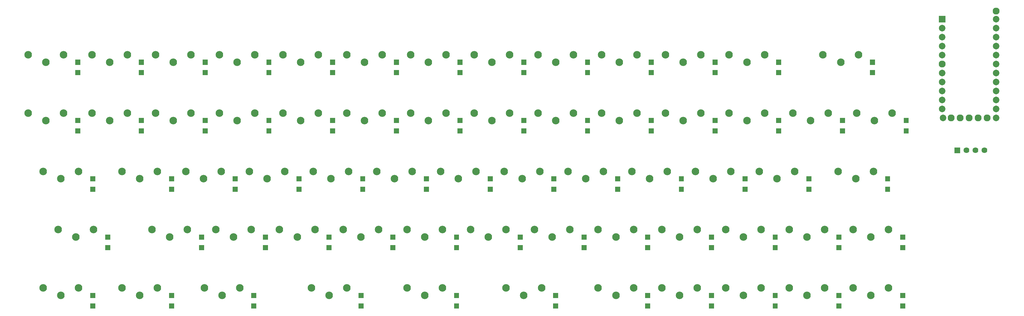
<source format=gbs>
G04 Layer: BottomSolderMaskLayer*
G04 EasyEDA v6.5.1, 2022-07-13 07:01:50*
G04 5ba7d446201f4704a459628eea357821,d603b60474844c32a05bd641800ef4e1,10*
G04 Gerber Generator version 0.2*
G04 Scale: 100 percent, Rotated: No, Reflected: No *
G04 Dimensions in millimeters *
G04 leading zeros omitted , absolute positions ,4 integer and 5 decimal *
%FSLAX45Y45*%
%MOMM*%

%ADD25C,1.8542*%
%ADD26C,1.9558*%
%ADD28C,1.6256*%
%ADD30C,2.1336*%

%LPD*%
G36*
X20628863Y8434324D02*
G01*
X20628863Y8579612D01*
X20771104Y8579612D01*
X20771104Y8434324D01*
G37*
G36*
X20628863Y8140192D02*
G01*
X20628863Y8285479D01*
X20771104Y8285479D01*
X20771104Y8140192D01*
G37*
G36*
X4428743Y8434324D02*
G01*
X4428743Y8579612D01*
X4570984Y8579612D01*
X4570984Y8434324D01*
G37*
G36*
X4428743Y8140192D02*
G01*
X4428743Y8285479D01*
X4570984Y8285479D01*
X4570984Y8140192D01*
G37*
G36*
X6228841Y8434324D02*
G01*
X6228841Y8579612D01*
X6371081Y8579612D01*
X6371081Y8434324D01*
G37*
G36*
X6228841Y8140192D02*
G01*
X6228841Y8285479D01*
X6371081Y8285479D01*
X6371081Y8140192D01*
G37*
G36*
X8028940Y8434324D02*
G01*
X8028940Y8579612D01*
X8171179Y8579612D01*
X8171179Y8434324D01*
G37*
G36*
X8028940Y8140192D02*
G01*
X8028940Y8285479D01*
X8171179Y8285479D01*
X8171179Y8140192D01*
G37*
G36*
X9828784Y8434324D02*
G01*
X9828784Y8579612D01*
X9971024Y8579612D01*
X9971024Y8434324D01*
G37*
G36*
X9828784Y8140192D02*
G01*
X9828784Y8285479D01*
X9971024Y8285479D01*
X9971024Y8140192D01*
G37*
G36*
X11628881Y8434324D02*
G01*
X11628881Y8579612D01*
X11771122Y8579612D01*
X11771122Y8434324D01*
G37*
G36*
X11628881Y8140192D02*
G01*
X11628881Y8285479D01*
X11771122Y8285479D01*
X11771122Y8140192D01*
G37*
G36*
X13428979Y8434324D02*
G01*
X13428979Y8579612D01*
X13571220Y8579612D01*
X13571220Y8434324D01*
G37*
G36*
X13428979Y8140192D02*
G01*
X13428979Y8285479D01*
X13571220Y8285479D01*
X13571220Y8140192D01*
G37*
G36*
X15228824Y8434324D02*
G01*
X15228824Y8579612D01*
X15371063Y8579612D01*
X15371063Y8434324D01*
G37*
G36*
X15228824Y8140192D02*
G01*
X15228824Y8285479D01*
X15371063Y8285479D01*
X15371063Y8140192D01*
G37*
G36*
X17028922Y8434324D02*
G01*
X17028922Y8579612D01*
X17171161Y8579612D01*
X17171161Y8434324D01*
G37*
G36*
X17028922Y8140192D02*
G01*
X17028922Y8285479D01*
X17171161Y8285479D01*
X17171161Y8140192D01*
G37*
G36*
X18828766Y8434324D02*
G01*
X18828766Y8579612D01*
X18971006Y8579612D01*
X18971006Y8434324D01*
G37*
G36*
X18828766Y8140192D02*
G01*
X18828766Y8285479D01*
X18971006Y8285479D01*
X18971006Y8140192D01*
G37*
G36*
X23278845Y5134355D02*
G01*
X23278845Y5279644D01*
X23421086Y5279644D01*
X23421086Y5134355D01*
G37*
G36*
X23278845Y4840223D02*
G01*
X23278845Y4985512D01*
X23421086Y4985512D01*
X23421086Y4840223D01*
G37*
G36*
X18728943Y3484371D02*
G01*
X18728943Y3629660D01*
X18871184Y3629660D01*
X18871184Y3484371D01*
G37*
G36*
X18728943Y3190239D02*
G01*
X18728943Y3335528D01*
X18871184Y3335528D01*
X18871184Y3190239D01*
G37*
G36*
X22428961Y8434324D02*
G01*
X22428961Y8579612D01*
X22571202Y8579612D01*
X22571202Y8434324D01*
G37*
G36*
X22428961Y8140192D02*
G01*
X22428961Y8285479D01*
X22571202Y8285479D01*
X22571202Y8140192D01*
G37*
G36*
X20528788Y3484371D02*
G01*
X20528788Y3629660D01*
X20671027Y3629660D01*
X20671027Y3484371D01*
G37*
G36*
X20528788Y3190239D02*
G01*
X20528788Y3335528D01*
X20671027Y3335528D01*
X20671027Y3190239D01*
G37*
G36*
X22328886Y3484371D02*
G01*
X22328886Y3629660D01*
X22471125Y3629660D01*
X22471125Y3484371D01*
G37*
G36*
X22328886Y3190239D02*
G01*
X22328886Y3335528D01*
X22471125Y3335528D01*
X22471125Y3190239D01*
G37*
G36*
X21478748Y5134355D02*
G01*
X21478748Y5279644D01*
X21620988Y5279644D01*
X21620988Y5134355D01*
G37*
G36*
X21478748Y4840223D02*
G01*
X21478748Y4985512D01*
X21620988Y4985512D01*
X21620988Y4840223D01*
G37*
G36*
X5278881Y5134355D02*
G01*
X5278881Y5279644D01*
X5421122Y5279644D01*
X5421122Y5134355D01*
G37*
G36*
X5278881Y4840223D02*
G01*
X5278881Y4985512D01*
X5421122Y4985512D01*
X5421122Y4840223D01*
G37*
G36*
X7603743Y1834387D02*
G01*
X7603743Y1979676D01*
X7745984Y1979676D01*
X7745984Y1834387D01*
G37*
G36*
X7603743Y1540255D02*
G01*
X7603743Y1685544D01*
X7745984Y1685544D01*
X7745984Y1540255D01*
G37*
G36*
X18728943Y1834387D02*
G01*
X18728943Y1979676D01*
X18871184Y1979676D01*
X18871184Y1834387D01*
G37*
G36*
X18728943Y1540255D02*
G01*
X18728943Y1685544D01*
X18871184Y1685544D01*
X18871184Y1540255D01*
G37*
G36*
X13328904Y3484371D02*
G01*
X13328904Y3629660D01*
X13471143Y3629660D01*
X13471143Y3484371D01*
G37*
G36*
X13328904Y3190239D02*
G01*
X13328904Y3335528D01*
X13471143Y3335528D01*
X13471143Y3190239D01*
G37*
G36*
X25078943Y8434324D02*
G01*
X25078943Y8579612D01*
X25221184Y8579612D01*
X25221184Y8434324D01*
G37*
G36*
X25078943Y8140192D02*
G01*
X25078943Y8285479D01*
X25221184Y8285479D01*
X25221184Y8140192D01*
G37*
G36*
X9728961Y3484371D02*
G01*
X9728961Y3629660D01*
X9871202Y3629660D01*
X9871202Y3484371D01*
G37*
G36*
X9728961Y3190239D02*
G01*
X9728961Y3335528D01*
X9871202Y3335528D01*
X9871202Y3190239D01*
G37*
G36*
X3053841Y5134355D02*
G01*
X3053841Y5279644D01*
X3196081Y5279644D01*
X3196081Y5134355D01*
G37*
G36*
X3053841Y4840223D02*
G01*
X3053841Y4985512D01*
X3196081Y4985512D01*
X3196081Y4840223D01*
G37*
G36*
X3053841Y1834387D02*
G01*
X3053841Y1979676D01*
X3196081Y1979676D01*
X3196081Y1834387D01*
G37*
G36*
X3053841Y1540255D02*
G01*
X3053841Y1685544D01*
X3196081Y1685544D01*
X3196081Y1540255D01*
G37*
G36*
X20528788Y1834387D02*
G01*
X20528788Y1979676D01*
X20671027Y1979676D01*
X20671027Y1834387D01*
G37*
G36*
X20528788Y1540255D02*
G01*
X20528788Y1685544D01*
X20671027Y1685544D01*
X20671027Y1540255D01*
G37*
G36*
X8878824Y5134355D02*
G01*
X8878824Y5279644D01*
X9021063Y5279644D01*
X9021063Y5134355D01*
G37*
G36*
X8878824Y4840223D02*
G01*
X8878824Y4985512D01*
X9021063Y4985512D01*
X9021063Y4840223D01*
G37*
G36*
X24128984Y1834387D02*
G01*
X24128984Y1979676D01*
X24271224Y1979676D01*
X24271224Y1834387D01*
G37*
G36*
X24128984Y1540255D02*
G01*
X24128984Y1685544D01*
X24271224Y1685544D01*
X24271224Y1540255D01*
G37*
G36*
X8028940Y6784339D02*
G01*
X8028940Y6929628D01*
X8171179Y6929628D01*
X8171179Y6784339D01*
G37*
G36*
X8028940Y6490207D02*
G01*
X8028940Y6635495D01*
X8171179Y6635495D01*
X8171179Y6490207D01*
G37*
G36*
X25503886Y5134355D02*
G01*
X25503886Y5279644D01*
X25646125Y5279644D01*
X25646125Y5134355D01*
G37*
G36*
X25503886Y4840223D02*
G01*
X25503886Y4985512D01*
X25646125Y4985512D01*
X25646125Y4840223D01*
G37*
G36*
X2628900Y8434324D02*
G01*
X2628900Y8579612D01*
X2771140Y8579612D01*
X2771140Y8434324D01*
G37*
G36*
X2628900Y8140192D02*
G01*
X2628900Y8285479D01*
X2771140Y8285479D01*
X2771140Y8140192D01*
G37*
G36*
X10678922Y5134355D02*
G01*
X10678922Y5279644D01*
X10821161Y5279644D01*
X10821161Y5134355D01*
G37*
G36*
X10678922Y4840223D02*
G01*
X10678922Y4985512D01*
X10821161Y4985512D01*
X10821161Y4840223D01*
G37*
G36*
X13328904Y1834387D02*
G01*
X13328904Y1979676D01*
X13471143Y1979676D01*
X13471143Y1834387D01*
G37*
G36*
X13328904Y1540255D02*
G01*
X13328904Y1685544D01*
X13471143Y1685544D01*
X13471143Y1540255D01*
G37*
G36*
X12478765Y5134355D02*
G01*
X12478765Y5279644D01*
X12621006Y5279644D01*
X12621006Y5134355D01*
G37*
G36*
X12478765Y4840223D02*
G01*
X12478765Y4985512D01*
X12621006Y4985512D01*
X12621006Y4840223D01*
G37*
G36*
X14278863Y5134355D02*
G01*
X14278863Y5279644D01*
X14421104Y5279644D01*
X14421104Y5134355D01*
G37*
G36*
X14278863Y4840223D02*
G01*
X14278863Y4985512D01*
X14421104Y4985512D01*
X14421104Y4840223D01*
G37*
G36*
X17028922Y6784339D02*
G01*
X17028922Y6929628D01*
X17171161Y6929628D01*
X17171161Y6784339D01*
G37*
G36*
X17028922Y6490207D02*
G01*
X17028922Y6635495D01*
X17171161Y6635495D01*
X17171161Y6490207D01*
G37*
G36*
X16078961Y5134355D02*
G01*
X16078961Y5279644D01*
X16221202Y5279644D01*
X16221202Y5134355D01*
G37*
G36*
X16078961Y4840223D02*
G01*
X16078961Y4985512D01*
X16221202Y4985512D01*
X16221202Y4840223D01*
G37*
G36*
X17878806Y5134355D02*
G01*
X17878806Y5279644D01*
X18021045Y5279644D01*
X18021045Y5134355D01*
G37*
G36*
X17878806Y4840223D02*
G01*
X17878806Y4985512D01*
X18021045Y4985512D01*
X18021045Y4840223D01*
G37*
G36*
X19678904Y5134355D02*
G01*
X19678904Y5279644D01*
X19821143Y5279644D01*
X19821143Y5134355D01*
G37*
G36*
X19678904Y4840223D02*
G01*
X19678904Y4985512D01*
X19821143Y4985512D01*
X19821143Y4840223D01*
G37*
G36*
X22328886Y1834387D02*
G01*
X22328886Y1979676D01*
X22471125Y1979676D01*
X22471125Y1834387D01*
G37*
G36*
X22328886Y1540255D02*
G01*
X22328886Y1685544D01*
X22471125Y1685544D01*
X22471125Y1540255D01*
G37*
G36*
X16928845Y3484371D02*
G01*
X16928845Y3629660D01*
X17071086Y3629660D01*
X17071086Y3484371D01*
G37*
G36*
X16928845Y3190239D02*
G01*
X16928845Y3335528D01*
X17071086Y3335528D01*
X17071086Y3190239D01*
G37*
G36*
X15128747Y3484371D02*
G01*
X15128747Y3629660D01*
X15270988Y3629660D01*
X15270988Y3484371D01*
G37*
G36*
X15128747Y3190239D02*
G01*
X15128747Y3335528D01*
X15270988Y3335528D01*
X15270988Y3190239D01*
G37*
G36*
X18828766Y6784339D02*
G01*
X18828766Y6929628D01*
X18971006Y6929628D01*
X18971006Y6784339D01*
G37*
G36*
X18828766Y6490207D02*
G01*
X18828766Y6635495D01*
X18971006Y6635495D01*
X18971006Y6490207D01*
G37*
G36*
X20628863Y6784339D02*
G01*
X20628863Y6929628D01*
X20771104Y6929628D01*
X20771104Y6784339D01*
G37*
G36*
X20628863Y6490207D02*
G01*
X20628863Y6635495D01*
X20771104Y6635495D01*
X20771104Y6490207D01*
G37*
G36*
X4428743Y6784339D02*
G01*
X4428743Y6929628D01*
X4570984Y6929628D01*
X4570984Y6784339D01*
G37*
G36*
X4428743Y6490207D02*
G01*
X4428743Y6635495D01*
X4570984Y6635495D01*
X4570984Y6490207D01*
G37*
G36*
X9828784Y6784339D02*
G01*
X9828784Y6929628D01*
X9971024Y6929628D01*
X9971024Y6784339D01*
G37*
G36*
X9828784Y6490207D02*
G01*
X9828784Y6635495D01*
X9971024Y6635495D01*
X9971024Y6490207D01*
G37*
G36*
X25928827Y1834387D02*
G01*
X25928827Y1979676D01*
X26071068Y1979676D01*
X26071068Y1834387D01*
G37*
G36*
X25928827Y1540255D02*
G01*
X25928827Y1685544D01*
X26071068Y1685544D01*
X26071068Y1540255D01*
G37*
G36*
X7078979Y5134355D02*
G01*
X7078979Y5279644D01*
X7221220Y5279644D01*
X7221220Y5134355D01*
G37*
G36*
X7078979Y4840223D02*
G01*
X7078979Y4985512D01*
X7221220Y4985512D01*
X7221220Y4840223D01*
G37*
G36*
X3478784Y3484371D02*
G01*
X3478784Y3629660D01*
X3621024Y3629660D01*
X3621024Y3484371D01*
G37*
G36*
X3478784Y3190239D02*
G01*
X3478784Y3335528D01*
X3621024Y3335528D01*
X3621024Y3190239D01*
G37*
G36*
X25928827Y3484371D02*
G01*
X25928827Y3629660D01*
X26071068Y3629660D01*
X26071068Y3484371D01*
G37*
G36*
X25928827Y3190239D02*
G01*
X25928827Y3335528D01*
X26071068Y3335528D01*
X26071068Y3190239D01*
G37*
G36*
X10628884Y1834387D02*
G01*
X10628884Y1979676D01*
X10771124Y1979676D01*
X10771124Y1834387D01*
G37*
G36*
X10628884Y1540255D02*
G01*
X10628884Y1685544D01*
X10771124Y1685544D01*
X10771124Y1540255D01*
G37*
G36*
X16128745Y1834387D02*
G01*
X16128745Y1979676D01*
X16270986Y1979676D01*
X16270986Y1834387D01*
G37*
G36*
X16128745Y1540255D02*
G01*
X16128745Y1685544D01*
X16270986Y1685544D01*
X16270986Y1540255D01*
G37*
G36*
X11628881Y6784339D02*
G01*
X11628881Y6929628D01*
X11771122Y6929628D01*
X11771122Y6784339D01*
G37*
G36*
X11628881Y6490207D02*
G01*
X11628881Y6635495D01*
X11771122Y6635495D01*
X11771122Y6490207D01*
G37*
G36*
X2628900Y6784339D02*
G01*
X2628900Y6929628D01*
X2771140Y6929628D01*
X2771140Y6784339D01*
G37*
G36*
X2628900Y6490207D02*
G01*
X2628900Y6635495D01*
X2771140Y6635495D01*
X2771140Y6490207D01*
G37*
G36*
X15228824Y6784339D02*
G01*
X15228824Y6929628D01*
X15371063Y6929628D01*
X15371063Y6784339D01*
G37*
G36*
X15228824Y6490207D02*
G01*
X15228824Y6635495D01*
X15371063Y6635495D01*
X15371063Y6490207D01*
G37*
G36*
X24128984Y3484371D02*
G01*
X24128984Y3629660D01*
X24271224Y3629660D01*
X24271224Y3484371D01*
G37*
G36*
X24128984Y3190239D02*
G01*
X24128984Y3335528D01*
X24271224Y3335528D01*
X24271224Y3190239D01*
G37*
G36*
X11528806Y3484371D02*
G01*
X11528806Y3629660D01*
X11671045Y3629660D01*
X11671045Y3484371D01*
G37*
G36*
X11528806Y3190239D02*
G01*
X11528806Y3335528D01*
X11671045Y3335528D01*
X11671045Y3190239D01*
G37*
G36*
X6228841Y6784339D02*
G01*
X6228841Y6929628D01*
X6371081Y6929628D01*
X6371081Y6784339D01*
G37*
G36*
X6228841Y6490207D02*
G01*
X6228841Y6635495D01*
X6371081Y6635495D01*
X6371081Y6490207D01*
G37*
G36*
X5278881Y1834387D02*
G01*
X5278881Y1979676D01*
X5421122Y1979676D01*
X5421122Y1834387D01*
G37*
G36*
X5278881Y1540255D02*
G01*
X5278881Y1685544D01*
X5421122Y1685544D01*
X5421122Y1540255D01*
G37*
G36*
X7928863Y3484371D02*
G01*
X7928863Y3629660D01*
X8071104Y3629660D01*
X8071104Y3484371D01*
G37*
G36*
X7928863Y3190239D02*
G01*
X7928863Y3335528D01*
X8071104Y3335528D01*
X8071104Y3190239D01*
G37*
G36*
X6128765Y3484371D02*
G01*
X6128765Y3629660D01*
X6271006Y3629660D01*
X6271006Y3484371D01*
G37*
G36*
X6128765Y3190239D02*
G01*
X6128765Y3335528D01*
X6271006Y3335528D01*
X6271006Y3190239D01*
G37*
G36*
X13428979Y6784339D02*
G01*
X13428979Y6929628D01*
X13571220Y6929628D01*
X13571220Y6784339D01*
G37*
G36*
X13428979Y6490207D02*
G01*
X13428979Y6635495D01*
X13571220Y6635495D01*
X13571220Y6490207D01*
G37*
G36*
X26028904Y6784339D02*
G01*
X26028904Y6929628D01*
X26171143Y6929628D01*
X26171143Y6784339D01*
G37*
G36*
X26028904Y6490207D02*
G01*
X26028904Y6635495D01*
X26171143Y6635495D01*
X26171143Y6490207D01*
G37*
G36*
X22428961Y6784339D02*
G01*
X22428961Y6929628D01*
X22571202Y6929628D01*
X22571202Y6784339D01*
G37*
G36*
X22428961Y6490207D02*
G01*
X22428961Y6635495D01*
X22571202Y6635495D01*
X22571202Y6490207D01*
G37*
G36*
X24228806Y6784339D02*
G01*
X24228806Y6929628D01*
X24371045Y6929628D01*
X24371045Y6784339D01*
G37*
G36*
X24228806Y6490207D02*
G01*
X24228806Y6635495D01*
X24371045Y6635495D01*
X24371045Y6490207D01*
G37*
G36*
X27021790Y9635489D02*
G01*
X27021790Y9820910D01*
X27207209Y9820910D01*
X27207209Y9635489D01*
G37*
D25*
G01*
X27114449Y9474174D03*
G01*
X27114449Y9220174D03*
G01*
X27114449Y8966174D03*
G01*
X27114449Y8712174D03*
G01*
X27114449Y8204174D03*
G01*
X27114449Y7950174D03*
G01*
X27114449Y7696174D03*
G01*
X27114449Y7442174D03*
G01*
X27114449Y7188174D03*
G01*
X28638449Y6934174D03*
G01*
X28638449Y7188174D03*
G01*
X28638449Y7442174D03*
G01*
X28638449Y7696174D03*
G01*
X28638449Y7950174D03*
G01*
X28638449Y8204174D03*
G01*
X28638449Y8458174D03*
G01*
X28638449Y8712174D03*
G01*
X28638449Y8966174D03*
G01*
X28638449Y9220174D03*
G01*
X28638449Y9474174D03*
G01*
X27137309Y6934174D03*
G01*
X28638449Y9728174D03*
D26*
G01*
X28384449Y6934174D03*
G01*
X28130449Y6934174D03*
G01*
X27876449Y6934174D03*
G01*
X27622449Y6934174D03*
G01*
X27368449Y6934174D03*
G01*
X28638449Y9956774D03*
G01*
X27114449Y8458174D03*
G36*
X27465020Y5933186D02*
G01*
X27465020Y6095745D01*
X27627579Y6095745D01*
X27627579Y5933186D01*
G37*
D28*
G01*
X27800300Y6014465D03*
G01*
X28054300Y6014465D03*
G01*
X28308300Y6014465D03*
D30*
G01*
X19800061Y8510066D03*
G01*
X19300063Y8720048D03*
G01*
X20300061Y8720048D03*
G01*
X3599941Y8510066D03*
G01*
X3099943Y8720048D03*
G01*
X4099940Y8720048D03*
G01*
X5400040Y8510066D03*
G01*
X4900040Y8720048D03*
G01*
X5900038Y8720048D03*
G01*
X7199884Y8510066D03*
G01*
X6699884Y8720048D03*
G01*
X7699883Y8720048D03*
G01*
X8999981Y8510066D03*
G01*
X8499983Y8720048D03*
G01*
X9499981Y8720048D03*
G01*
X10800079Y8510066D03*
G01*
X10300081Y8720048D03*
G01*
X11300079Y8720048D03*
G01*
X12599924Y8510066D03*
G01*
X12099925Y8720048D03*
G01*
X13099922Y8720048D03*
G01*
X14400022Y8510066D03*
G01*
X13900022Y8720048D03*
G01*
X14900020Y8720048D03*
G01*
X16200120Y8510066D03*
G01*
X15700120Y8720048D03*
G01*
X16700118Y8720048D03*
G01*
X17999963Y8510066D03*
G01*
X17499965Y8720048D03*
G01*
X18499963Y8720048D03*
G01*
X22450043Y5210098D03*
G01*
X21950045Y5420080D03*
G01*
X22950043Y5420080D03*
G01*
X17899888Y3560114D03*
G01*
X17399888Y3770096D03*
G01*
X18399886Y3770096D03*
G01*
X21599906Y8510066D03*
G01*
X21099906Y8720048D03*
G01*
X22099904Y8720048D03*
G01*
X19699986Y3560114D03*
G01*
X19199986Y3770096D03*
G01*
X20199984Y3770096D03*
G01*
X21500084Y3560114D03*
G01*
X21000084Y3770096D03*
G01*
X22000083Y3770096D03*
G01*
X20649945Y5210098D03*
G01*
X20149947Y5420080D03*
G01*
X21149945Y5420080D03*
G01*
X4450079Y5210098D03*
G01*
X3950081Y5420080D03*
G01*
X4950079Y5420080D03*
G01*
X6774941Y1910130D03*
G01*
X6274943Y2120112D03*
G01*
X7274940Y2120112D03*
G01*
X17899888Y1910130D03*
G01*
X17399888Y2120112D03*
G01*
X18399886Y2120112D03*
G01*
X12500102Y3560114D03*
G01*
X12000102Y3770096D03*
G01*
X13000100Y3770096D03*
G01*
X24249888Y8510066D03*
G01*
X23749888Y8720048D03*
G01*
X24749886Y8720048D03*
G01*
X8899906Y3560114D03*
G01*
X8399906Y3770096D03*
G01*
X9399904Y3770096D03*
G01*
X2225040Y5210098D03*
G01*
X1725040Y5420080D03*
G01*
X2725038Y5420080D03*
G01*
X2225040Y1910130D03*
G01*
X1725040Y2120112D03*
G01*
X2725038Y2120112D03*
G01*
X19699986Y1910130D03*
G01*
X19199986Y2120112D03*
G01*
X20199984Y2120112D03*
G01*
X8050022Y5210098D03*
G01*
X7550022Y5420080D03*
G01*
X8550020Y5420080D03*
G01*
X23299927Y1910130D03*
G01*
X22799929Y2120112D03*
G01*
X23799927Y2120112D03*
G01*
X7199884Y6860082D03*
G01*
X6699884Y7070064D03*
G01*
X7699883Y7070064D03*
G01*
X24675084Y5210098D03*
G01*
X24175084Y5420080D03*
G01*
X25175083Y5420080D03*
G01*
X1800097Y8510066D03*
G01*
X1300098Y8720048D03*
G01*
X2300097Y8720048D03*
G01*
X9850120Y5210098D03*
G01*
X9350120Y5420080D03*
G01*
X10350118Y5420080D03*
G01*
X12500102Y1910130D03*
G01*
X12000102Y2120112D03*
G01*
X13000100Y2120112D03*
G01*
X11649963Y5210098D03*
G01*
X11149965Y5420080D03*
G01*
X12149963Y5420080D03*
G01*
X13450061Y5210098D03*
G01*
X12950063Y5420080D03*
G01*
X13950061Y5420080D03*
G01*
X16200120Y6860082D03*
G01*
X15700120Y7070064D03*
G01*
X16700118Y7070064D03*
G01*
X15249906Y5210098D03*
G01*
X14749906Y5420080D03*
G01*
X15749904Y5420080D03*
G01*
X17050004Y5210098D03*
G01*
X16550004Y5420080D03*
G01*
X17550002Y5420080D03*
G01*
X18850102Y5210098D03*
G01*
X18350102Y5420080D03*
G01*
X19350100Y5420080D03*
G01*
X21500084Y1910130D03*
G01*
X21000084Y2120112D03*
G01*
X22000083Y2120112D03*
G01*
X16100043Y3560114D03*
G01*
X15600045Y3770096D03*
G01*
X16600043Y3770096D03*
G01*
X14299945Y3560114D03*
G01*
X13799947Y3770096D03*
G01*
X14799945Y3770096D03*
G01*
X17999963Y6860082D03*
G01*
X17499965Y7070064D03*
G01*
X18499963Y7070064D03*
G01*
X19800061Y6860082D03*
G01*
X19300063Y7070064D03*
G01*
X20300061Y7070064D03*
G01*
X3599941Y6860082D03*
G01*
X3099943Y7070064D03*
G01*
X4099940Y7070064D03*
G01*
X8999981Y6860082D03*
G01*
X8499983Y7070064D03*
G01*
X9499981Y7070064D03*
G01*
X25100025Y1910130D03*
G01*
X24600027Y2120112D03*
G01*
X25600025Y2120112D03*
G01*
X6249924Y5210098D03*
G01*
X5749925Y5420080D03*
G01*
X6749922Y5420080D03*
G01*
X2649981Y3560114D03*
G01*
X2149983Y3770096D03*
G01*
X3149981Y3770096D03*
G01*
X25100025Y3560114D03*
G01*
X24600027Y3770096D03*
G01*
X25600025Y3770096D03*
G01*
X9800081Y1910130D03*
G01*
X9300083Y2120112D03*
G01*
X10300081Y2120112D03*
G01*
X15299943Y1910130D03*
G01*
X14799945Y2120112D03*
G01*
X15799943Y2120112D03*
G01*
X10800079Y6860082D03*
G01*
X10300081Y7070064D03*
G01*
X11300079Y7070064D03*
G01*
X1800097Y6860082D03*
G01*
X1300098Y7070064D03*
G01*
X2300097Y7070064D03*
G01*
X14400022Y6860082D03*
G01*
X13900022Y7070064D03*
G01*
X14900020Y7070064D03*
G01*
X23299927Y3560114D03*
G01*
X22799929Y3770096D03*
G01*
X23799927Y3770096D03*
G01*
X10700004Y3560114D03*
G01*
X10200004Y3770096D03*
G01*
X11200002Y3770096D03*
G01*
X5400040Y6860082D03*
G01*
X4900040Y7070064D03*
G01*
X5900038Y7070064D03*
G01*
X4450079Y1910130D03*
G01*
X3950081Y2120112D03*
G01*
X4950079Y2120112D03*
G01*
X7100061Y3560114D03*
G01*
X6600063Y3770096D03*
G01*
X7600061Y3770096D03*
G01*
X5299963Y3560114D03*
G01*
X4799965Y3770096D03*
G01*
X5799963Y3770096D03*
G01*
X12599924Y6860082D03*
G01*
X12099925Y7070064D03*
G01*
X13099922Y7070064D03*
G01*
X25200102Y6860082D03*
G01*
X24700102Y7070064D03*
G01*
X25700100Y7070064D03*
G01*
X21599906Y6860082D03*
G01*
X21099906Y7070064D03*
G01*
X22099904Y7070064D03*
G01*
X23400004Y6860082D03*
G01*
X22900004Y7070064D03*
G01*
X23900002Y7070064D03*
M02*

</source>
